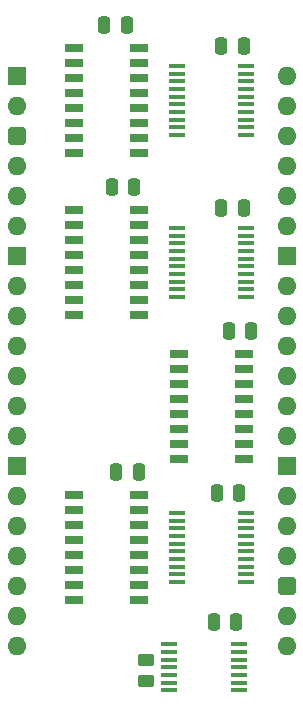
<source format=gts>
%TF.GenerationSoftware,KiCad,Pcbnew,7.0.5*%
%TF.CreationDate,2024-02-14T17:05:01+02:00*%
%TF.ProjectId,GPIO Address Decode,4750494f-2041-4646-9472-657373204465,rev?*%
%TF.SameCoordinates,PX6d01460PY32de760*%
%TF.FileFunction,Soldermask,Top*%
%TF.FilePolarity,Negative*%
%FSLAX46Y46*%
G04 Gerber Fmt 4.6, Leading zero omitted, Abs format (unit mm)*
G04 Created by KiCad (PCBNEW 7.0.5) date 2024-02-14 17:05:01*
%MOMM*%
%LPD*%
G01*
G04 APERTURE LIST*
G04 Aperture macros list*
%AMRoundRect*
0 Rectangle with rounded corners*
0 $1 Rounding radius*
0 $2 $3 $4 $5 $6 $7 $8 $9 X,Y pos of 4 corners*
0 Add a 4 corners polygon primitive as box body*
4,1,4,$2,$3,$4,$5,$6,$7,$8,$9,$2,$3,0*
0 Add four circle primitives for the rounded corners*
1,1,$1+$1,$2,$3*
1,1,$1+$1,$4,$5*
1,1,$1+$1,$6,$7*
1,1,$1+$1,$8,$9*
0 Add four rect primitives between the rounded corners*
20,1,$1+$1,$2,$3,$4,$5,0*
20,1,$1+$1,$4,$5,$6,$7,0*
20,1,$1+$1,$6,$7,$8,$9,0*
20,1,$1+$1,$8,$9,$2,$3,0*%
G04 Aperture macros list end*
%ADD10RoundRect,0.250000X0.450000X-0.262500X0.450000X0.262500X-0.450000X0.262500X-0.450000X-0.262500X0*%
%ADD11R,1.600000X1.600000*%
%ADD12O,1.600000X1.600000*%
%ADD13RoundRect,0.400000X-0.400000X-0.400000X0.400000X-0.400000X0.400000X0.400000X-0.400000X0.400000X0*%
%ADD14R,1.475000X0.450000*%
%ADD15RoundRect,0.250000X0.250000X0.475000X-0.250000X0.475000X-0.250000X-0.475000X0.250000X-0.475000X0*%
%ADD16R,1.550000X0.650000*%
G04 APERTURE END LIST*
D10*
%TO.C,R1*%
X10912000Y-51204500D03*
X10912000Y-49379500D03*
%TD*%
D11*
%TO.C,J1*%
X0Y0D03*
D12*
X0Y-2540000D03*
D13*
X0Y-5080000D03*
D12*
X0Y-7620000D03*
X0Y-10160000D03*
X0Y-12700000D03*
D11*
X0Y-15240000D03*
D12*
X0Y-17780000D03*
X0Y-20320000D03*
X0Y-22860000D03*
X0Y-25400000D03*
X0Y-27940000D03*
X0Y-30480000D03*
D11*
X0Y-33020000D03*
D12*
X0Y-35560000D03*
X0Y-38100000D03*
X0Y-40640000D03*
X0Y-43180000D03*
X0Y-45720000D03*
X0Y-48260000D03*
X22860000Y-48260000D03*
X22860000Y-45720000D03*
D13*
X22860000Y-43180000D03*
D12*
X22860000Y-40640000D03*
X22860000Y-38100000D03*
X22860000Y-35560000D03*
D11*
X22860000Y-33020000D03*
D12*
X22860000Y-30480000D03*
X22860000Y-27940000D03*
X22860000Y-25400000D03*
X22860000Y-22860000D03*
X22860000Y-20320000D03*
X22860000Y-17780000D03*
D11*
X22860000Y-15240000D03*
D12*
X22860000Y-12700000D03*
X22860000Y-10160000D03*
X22860000Y-7620000D03*
X22860000Y-5080000D03*
X22860000Y-2540000D03*
X22860000Y0D03*
%TD*%
D14*
%TO.C,IC1*%
X12937000Y-48088000D03*
X12937000Y-48738000D03*
X12937000Y-49388000D03*
X12937000Y-50038000D03*
X12937000Y-50688000D03*
X12937000Y-51338000D03*
X12937000Y-51988000D03*
X18813000Y-51988000D03*
X18813000Y-51338000D03*
X18813000Y-50688000D03*
X18813000Y-50038000D03*
X18813000Y-49388000D03*
X18813000Y-48738000D03*
X18813000Y-48088000D03*
%TD*%
D15*
%TO.C,C5*%
X19857000Y-21590000D03*
X17957000Y-21590000D03*
%TD*%
D14*
%TO.C,IC3*%
X13572000Y893000D03*
X13572000Y243000D03*
X13572000Y-407000D03*
X13572000Y-1057000D03*
X13572000Y-1707000D03*
X13572000Y-2357000D03*
X13572000Y-3007000D03*
X13572000Y-3657000D03*
X13572000Y-4307000D03*
X13572000Y-4957000D03*
X19448000Y-4957000D03*
X19448000Y-4307000D03*
X19448000Y-3657000D03*
X19448000Y-3007000D03*
X19448000Y-2357000D03*
X19448000Y-1707000D03*
X19448000Y-1057000D03*
X19448000Y-407000D03*
X19448000Y243000D03*
X19448000Y893000D03*
%TD*%
D15*
%TO.C,C8*%
X9316000Y4318000D03*
X7416000Y4318000D03*
%TD*%
%TO.C,C6*%
X9951000Y-9398000D03*
X8051000Y-9398000D03*
%TD*%
%TO.C,C4*%
X18841000Y-35306000D03*
X16941000Y-35306000D03*
%TD*%
D16*
%TO.C,IC2*%
X4895000Y2413000D03*
X4895000Y1143000D03*
X4895000Y-127000D03*
X4895000Y-1397000D03*
X4895000Y-2667000D03*
X4895000Y-3937000D03*
X4895000Y-5207000D03*
X4895000Y-6477000D03*
X10345000Y-6477000D03*
X10345000Y-5207000D03*
X10345000Y-3937000D03*
X10345000Y-2667000D03*
X10345000Y-1397000D03*
X10345000Y-127000D03*
X10345000Y1143000D03*
X10345000Y2413000D03*
%TD*%
D15*
%TO.C,C2*%
X19222000Y2540000D03*
X17322000Y2540000D03*
%TD*%
D16*
%TO.C,IC8*%
X4895000Y-11303000D03*
X4895000Y-12573000D03*
X4895000Y-13843000D03*
X4895000Y-15113000D03*
X4895000Y-16383000D03*
X4895000Y-17653000D03*
X4895000Y-18923000D03*
X4895000Y-20193000D03*
X10345000Y-20193000D03*
X10345000Y-18923000D03*
X10345000Y-17653000D03*
X10345000Y-16383000D03*
X10345000Y-15113000D03*
X10345000Y-13843000D03*
X10345000Y-12573000D03*
X10345000Y-11303000D03*
%TD*%
D15*
%TO.C,C1*%
X10332000Y-33528000D03*
X8432000Y-33528000D03*
%TD*%
%TO.C,C7*%
X19222000Y-11176000D03*
X17322000Y-11176000D03*
%TD*%
D16*
%TO.C,IC6*%
X4895000Y-35433000D03*
X4895000Y-36703000D03*
X4895000Y-37973000D03*
X4895000Y-39243000D03*
X4895000Y-40513000D03*
X4895000Y-41783000D03*
X4895000Y-43053000D03*
X4895000Y-44323000D03*
X10345000Y-44323000D03*
X10345000Y-43053000D03*
X10345000Y-41783000D03*
X10345000Y-40513000D03*
X10345000Y-39243000D03*
X10345000Y-37973000D03*
X10345000Y-36703000D03*
X10345000Y-35433000D03*
%TD*%
D14*
%TO.C,IC9*%
X13572000Y-12823000D03*
X13572000Y-13473000D03*
X13572000Y-14123000D03*
X13572000Y-14773000D03*
X13572000Y-15423000D03*
X13572000Y-16073000D03*
X13572000Y-16723000D03*
X13572000Y-17373000D03*
X13572000Y-18023000D03*
X13572000Y-18673000D03*
X19448000Y-18673000D03*
X19448000Y-18023000D03*
X19448000Y-17373000D03*
X19448000Y-16723000D03*
X19448000Y-16073000D03*
X19448000Y-15423000D03*
X19448000Y-14773000D03*
X19448000Y-14123000D03*
X19448000Y-13473000D03*
X19448000Y-12823000D03*
%TD*%
D16*
%TO.C,IC4*%
X13785000Y-23495000D03*
X13785000Y-24765000D03*
X13785000Y-26035000D03*
X13785000Y-27305000D03*
X13785000Y-28575000D03*
X13785000Y-29845000D03*
X13785000Y-31115000D03*
X13785000Y-32385000D03*
X19235000Y-32385000D03*
X19235000Y-31115000D03*
X19235000Y-29845000D03*
X19235000Y-28575000D03*
X19235000Y-27305000D03*
X19235000Y-26035000D03*
X19235000Y-24765000D03*
X19235000Y-23495000D03*
%TD*%
D15*
%TO.C,C3*%
X18587000Y-46228000D03*
X16687000Y-46228000D03*
%TD*%
D14*
%TO.C,IC7*%
X13572000Y-36953000D03*
X13572000Y-37603000D03*
X13572000Y-38253000D03*
X13572000Y-38903000D03*
X13572000Y-39553000D03*
X13572000Y-40203000D03*
X13572000Y-40853000D03*
X13572000Y-41503000D03*
X13572000Y-42153000D03*
X13572000Y-42803000D03*
X19448000Y-42803000D03*
X19448000Y-42153000D03*
X19448000Y-41503000D03*
X19448000Y-40853000D03*
X19448000Y-40203000D03*
X19448000Y-39553000D03*
X19448000Y-38903000D03*
X19448000Y-38253000D03*
X19448000Y-37603000D03*
X19448000Y-36953000D03*
%TD*%
M02*

</source>
